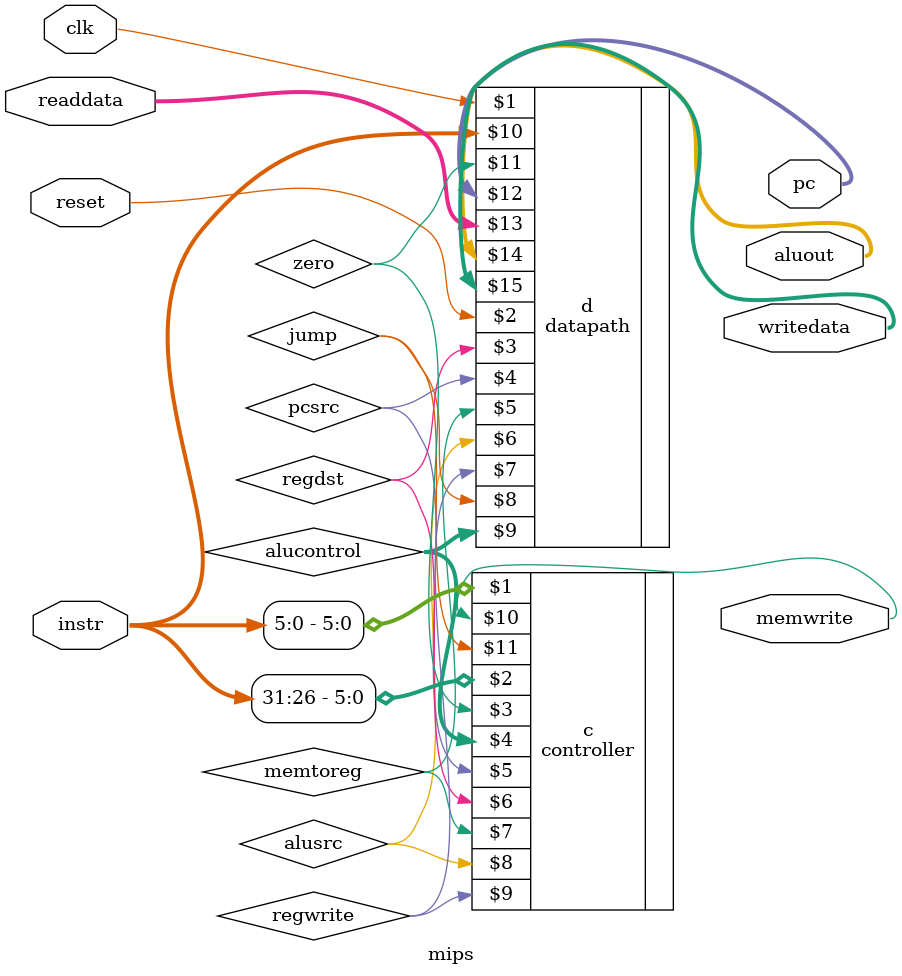
<source format=v>
module mips(
  input clk, reset,
  output  [31:0] pc,
  input   [31:0] instr,
  output memwrite, 
  output  [31:0] aluout, writedata,
  input   [31:0] readdata
);

  wire zero, pcsrc, regdst, memtoreg, alusrc, regwrite, jump;
  wire [3:0] alucontrol;
//controller
controller c(instr[5:0], instr[31:26], zero, alucontrol, pcsrc, regdst, memtoreg, alusrc, regwrite, memwrite, jump);

//datapath
datapath d(clk, reset, regdst, pcsrc, memtoreg, alusrc, regwrite, jump, alucontrol, instr, zero, pc, readdata, aluout, writedata);
endmodule

</source>
